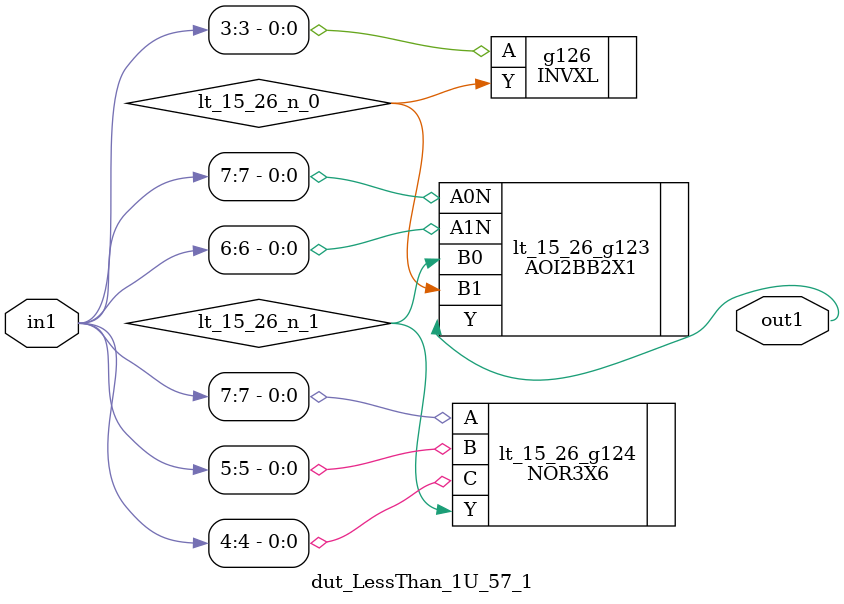
<source format=v>
`timescale 1ps / 1ps


module dut_LessThan_1U_57_1(in1, out1);
  input [7:0] in1;
  output out1;
  wire [7:0] in1;
  wire out1;
  wire lt_15_26_n_0, lt_15_26_n_1;
  AOI2BB2X1 lt_15_26_g123(.A0N (in1[7]), .A1N (in1[6]), .B0
       (lt_15_26_n_1), .B1 (lt_15_26_n_0), .Y (out1));
  NOR3X6 lt_15_26_g124(.A (in1[7]), .B (in1[5]), .C (in1[4]), .Y
       (lt_15_26_n_1));
  INVXL g126(.A (in1[3]), .Y (lt_15_26_n_0));
endmodule



</source>
